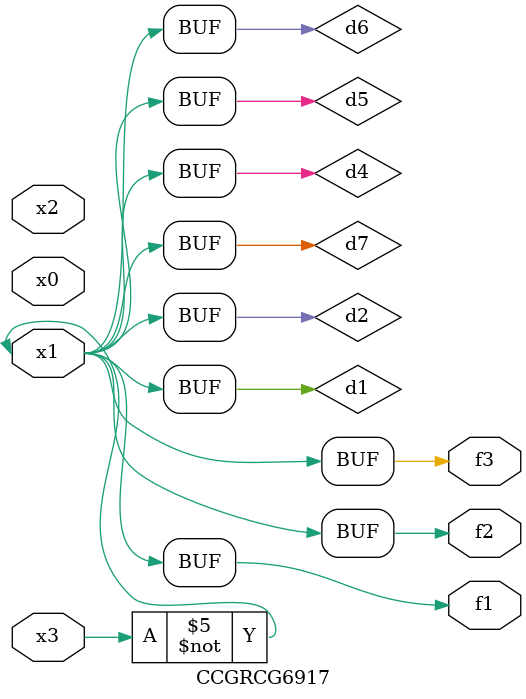
<source format=v>
module CCGRCG6917(
	input x0, x1, x2, x3,
	output f1, f2, f3
);

	wire d1, d2, d3, d4, d5, d6, d7;

	not (d1, x3);
	buf (d2, x1);
	xnor (d3, d1, d2);
	nor (d4, d1);
	buf (d5, d1, d2);
	buf (d6, d4, d5);
	nand (d7, d4);
	assign f1 = d6;
	assign f2 = d7;
	assign f3 = d6;
endmodule

</source>
